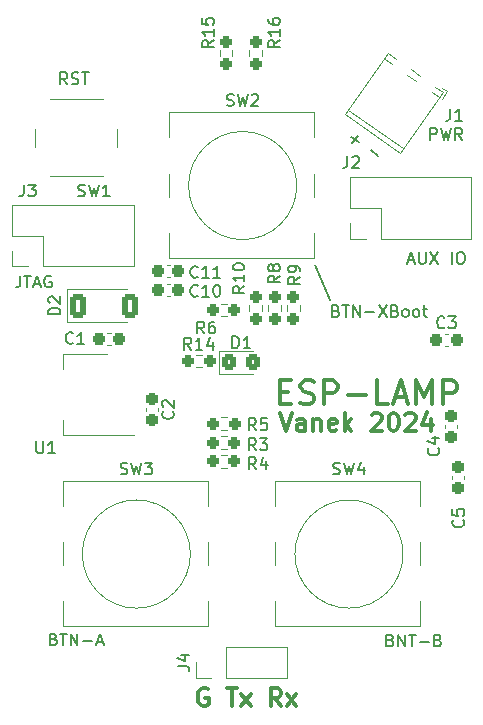
<source format=gto>
%TF.GenerationSoftware,KiCad,Pcbnew,7.0.6*%
%TF.CreationDate,2024-01-07T21:19:13+01:00*%
%TF.ProjectId,esp-lamp,6573702d-6c61-46d7-902e-6b696361645f,rev?*%
%TF.SameCoordinates,Original*%
%TF.FileFunction,Legend,Top*%
%TF.FilePolarity,Positive*%
%FSLAX46Y46*%
G04 Gerber Fmt 4.6, Leading zero omitted, Abs format (unit mm)*
G04 Created by KiCad (PCBNEW 7.0.6) date 2024-01-07 21:19:13*
%MOMM*%
%LPD*%
G01*
G04 APERTURE LIST*
G04 Aperture macros list*
%AMRoundRect*
0 Rectangle with rounded corners*
0 $1 Rounding radius*
0 $2 $3 $4 $5 $6 $7 $8 $9 X,Y pos of 4 corners*
0 Add a 4 corners polygon primitive as box body*
4,1,4,$2,$3,$4,$5,$6,$7,$8,$9,$2,$3,0*
0 Add four circle primitives for the rounded corners*
1,1,$1+$1,$2,$3*
1,1,$1+$1,$4,$5*
1,1,$1+$1,$6,$7*
1,1,$1+$1,$8,$9*
0 Add four rect primitives between the rounded corners*
20,1,$1+$1,$2,$3,$4,$5,0*
20,1,$1+$1,$4,$5,$6,$7,0*
20,1,$1+$1,$6,$7,$8,$9,0*
20,1,$1+$1,$8,$9,$2,$3,0*%
%AMRotRect*
0 Rectangle, with rotation*
0 The origin of the aperture is its center*
0 $1 length*
0 $2 width*
0 $3 Rotation angle, in degrees counterclockwise*
0 Add horizontal line*
21,1,$1,$2,0,0,$3*%
G04 Aperture macros list end*
%ADD10C,0.150000*%
%ADD11C,0.200000*%
%ADD12C,0.300000*%
%ADD13C,0.120000*%
%ADD14C,2.200000*%
%ADD15R,1.700000X1.700000*%
%ADD16O,1.700000X1.700000*%
%ADD17RoundRect,0.237500X-0.250000X-0.237500X0.250000X-0.237500X0.250000X0.237500X-0.250000X0.237500X0*%
%ADD18RoundRect,0.237500X0.237500X-0.250000X0.237500X0.250000X-0.237500X0.250000X-0.237500X-0.250000X0*%
%ADD19RoundRect,0.237500X0.237500X-0.300000X0.237500X0.300000X-0.237500X0.300000X-0.237500X-0.300000X0*%
%ADD20C,1.100000*%
%ADD21RotRect,2.200000X2.200000X144.500000*%
%ADD22RoundRect,0.237500X-0.300000X-0.237500X0.300000X-0.237500X0.300000X0.237500X-0.300000X0.237500X0*%
%ADD23O,3.000000X2.500000*%
%ADD24RoundRect,0.237500X-0.237500X0.300000X-0.237500X-0.300000X0.237500X-0.300000X0.237500X0.300000X0*%
%ADD25RoundRect,0.250000X-0.325000X-0.450000X0.325000X-0.450000X0.325000X0.450000X-0.325000X0.450000X0*%
%ADD26RoundRect,0.237500X0.300000X0.237500X-0.300000X0.237500X-0.300000X-0.237500X0.300000X-0.237500X0*%
%ADD27C,2.000000*%
%ADD28RoundRect,0.250000X-0.450000X-0.800000X0.450000X-0.800000X0.450000X0.800000X-0.450000X0.800000X0*%
%ADD29R,2.000000X1.500000*%
%ADD30R,2.000000X3.800000*%
%ADD31C,0.650000*%
%ADD32O,1.000000X1.600000*%
%ADD33O,1.000000X2.100000*%
G04 APERTURE END LIST*
D10*
X140200000Y-91800000D02*
X141500000Y-94700000D01*
D11*
X146603006Y-123543409D02*
X146745863Y-123591028D01*
X146745863Y-123591028D02*
X146793482Y-123638647D01*
X146793482Y-123638647D02*
X146841101Y-123733885D01*
X146841101Y-123733885D02*
X146841101Y-123876742D01*
X146841101Y-123876742D02*
X146793482Y-123971980D01*
X146793482Y-123971980D02*
X146745863Y-124019600D01*
X146745863Y-124019600D02*
X146650625Y-124067219D01*
X146650625Y-124067219D02*
X146269673Y-124067219D01*
X146269673Y-124067219D02*
X146269673Y-123067219D01*
X146269673Y-123067219D02*
X146603006Y-123067219D01*
X146603006Y-123067219D02*
X146698244Y-123114838D01*
X146698244Y-123114838D02*
X146745863Y-123162457D01*
X146745863Y-123162457D02*
X146793482Y-123257695D01*
X146793482Y-123257695D02*
X146793482Y-123352933D01*
X146793482Y-123352933D02*
X146745863Y-123448171D01*
X146745863Y-123448171D02*
X146698244Y-123495790D01*
X146698244Y-123495790D02*
X146603006Y-123543409D01*
X146603006Y-123543409D02*
X146269673Y-123543409D01*
X147269673Y-124067219D02*
X147269673Y-123067219D01*
X147269673Y-123067219D02*
X147841101Y-124067219D01*
X147841101Y-124067219D02*
X147841101Y-123067219D01*
X148174435Y-123067219D02*
X148745863Y-123067219D01*
X148460149Y-124067219D02*
X148460149Y-123067219D01*
X149079197Y-123686266D02*
X149841102Y-123686266D01*
X150650625Y-123543409D02*
X150793482Y-123591028D01*
X150793482Y-123591028D02*
X150841101Y-123638647D01*
X150841101Y-123638647D02*
X150888720Y-123733885D01*
X150888720Y-123733885D02*
X150888720Y-123876742D01*
X150888720Y-123876742D02*
X150841101Y-123971980D01*
X150841101Y-123971980D02*
X150793482Y-124019600D01*
X150793482Y-124019600D02*
X150698244Y-124067219D01*
X150698244Y-124067219D02*
X150317292Y-124067219D01*
X150317292Y-124067219D02*
X150317292Y-123067219D01*
X150317292Y-123067219D02*
X150650625Y-123067219D01*
X150650625Y-123067219D02*
X150745863Y-123114838D01*
X150745863Y-123114838D02*
X150793482Y-123162457D01*
X150793482Y-123162457D02*
X150841101Y-123257695D01*
X150841101Y-123257695D02*
X150841101Y-123352933D01*
X150841101Y-123352933D02*
X150793482Y-123448171D01*
X150793482Y-123448171D02*
X150745863Y-123495790D01*
X150745863Y-123495790D02*
X150650625Y-123543409D01*
X150650625Y-123543409D02*
X150317292Y-123543409D01*
D12*
X137273558Y-102492019D02*
X137940225Y-102492019D01*
X138225939Y-103539638D02*
X137273558Y-103539638D01*
X137273558Y-103539638D02*
X137273558Y-101539638D01*
X137273558Y-101539638D02*
X138225939Y-101539638D01*
X138987844Y-103444400D02*
X139273558Y-103539638D01*
X139273558Y-103539638D02*
X139749749Y-103539638D01*
X139749749Y-103539638D02*
X139940225Y-103444400D01*
X139940225Y-103444400D02*
X140035463Y-103349161D01*
X140035463Y-103349161D02*
X140130701Y-103158685D01*
X140130701Y-103158685D02*
X140130701Y-102968209D01*
X140130701Y-102968209D02*
X140035463Y-102777733D01*
X140035463Y-102777733D02*
X139940225Y-102682495D01*
X139940225Y-102682495D02*
X139749749Y-102587257D01*
X139749749Y-102587257D02*
X139368796Y-102492019D01*
X139368796Y-102492019D02*
X139178320Y-102396780D01*
X139178320Y-102396780D02*
X139083082Y-102301542D01*
X139083082Y-102301542D02*
X138987844Y-102111066D01*
X138987844Y-102111066D02*
X138987844Y-101920590D01*
X138987844Y-101920590D02*
X139083082Y-101730114D01*
X139083082Y-101730114D02*
X139178320Y-101634876D01*
X139178320Y-101634876D02*
X139368796Y-101539638D01*
X139368796Y-101539638D02*
X139844987Y-101539638D01*
X139844987Y-101539638D02*
X140130701Y-101634876D01*
X140987844Y-103539638D02*
X140987844Y-101539638D01*
X140987844Y-101539638D02*
X141749749Y-101539638D01*
X141749749Y-101539638D02*
X141940225Y-101634876D01*
X141940225Y-101634876D02*
X142035463Y-101730114D01*
X142035463Y-101730114D02*
X142130701Y-101920590D01*
X142130701Y-101920590D02*
X142130701Y-102206304D01*
X142130701Y-102206304D02*
X142035463Y-102396780D01*
X142035463Y-102396780D02*
X141940225Y-102492019D01*
X141940225Y-102492019D02*
X141749749Y-102587257D01*
X141749749Y-102587257D02*
X140987844Y-102587257D01*
X142987844Y-102777733D02*
X144511654Y-102777733D01*
X146416415Y-103539638D02*
X145464034Y-103539638D01*
X145464034Y-103539638D02*
X145464034Y-101539638D01*
X146987844Y-102968209D02*
X147940225Y-102968209D01*
X146797368Y-103539638D02*
X147464034Y-101539638D01*
X147464034Y-101539638D02*
X148130701Y-103539638D01*
X148797368Y-103539638D02*
X148797368Y-101539638D01*
X148797368Y-101539638D02*
X149464035Y-102968209D01*
X149464035Y-102968209D02*
X150130701Y-101539638D01*
X150130701Y-101539638D02*
X150130701Y-103539638D01*
X151083082Y-103539638D02*
X151083082Y-101539638D01*
X151083082Y-101539638D02*
X151844987Y-101539638D01*
X151844987Y-101539638D02*
X152035463Y-101634876D01*
X152035463Y-101634876D02*
X152130701Y-101730114D01*
X152130701Y-101730114D02*
X152225939Y-101920590D01*
X152225939Y-101920590D02*
X152225939Y-102206304D01*
X152225939Y-102206304D02*
X152130701Y-102396780D01*
X152130701Y-102396780D02*
X152035463Y-102492019D01*
X152035463Y-102492019D02*
X151844987Y-102587257D01*
X151844987Y-102587257D02*
X151083082Y-102587257D01*
X137240225Y-104300828D02*
X137740225Y-105800828D01*
X137740225Y-105800828D02*
X138240225Y-104300828D01*
X139383082Y-105800828D02*
X139383082Y-105015114D01*
X139383082Y-105015114D02*
X139311653Y-104872257D01*
X139311653Y-104872257D02*
X139168796Y-104800828D01*
X139168796Y-104800828D02*
X138883082Y-104800828D01*
X138883082Y-104800828D02*
X138740224Y-104872257D01*
X139383082Y-105729400D02*
X139240224Y-105800828D01*
X139240224Y-105800828D02*
X138883082Y-105800828D01*
X138883082Y-105800828D02*
X138740224Y-105729400D01*
X138740224Y-105729400D02*
X138668796Y-105586542D01*
X138668796Y-105586542D02*
X138668796Y-105443685D01*
X138668796Y-105443685D02*
X138740224Y-105300828D01*
X138740224Y-105300828D02*
X138883082Y-105229400D01*
X138883082Y-105229400D02*
X139240224Y-105229400D01*
X139240224Y-105229400D02*
X139383082Y-105157971D01*
X140097367Y-104800828D02*
X140097367Y-105800828D01*
X140097367Y-104943685D02*
X140168796Y-104872257D01*
X140168796Y-104872257D02*
X140311653Y-104800828D01*
X140311653Y-104800828D02*
X140525939Y-104800828D01*
X140525939Y-104800828D02*
X140668796Y-104872257D01*
X140668796Y-104872257D02*
X140740225Y-105015114D01*
X140740225Y-105015114D02*
X140740225Y-105800828D01*
X142025939Y-105729400D02*
X141883082Y-105800828D01*
X141883082Y-105800828D02*
X141597368Y-105800828D01*
X141597368Y-105800828D02*
X141454510Y-105729400D01*
X141454510Y-105729400D02*
X141383082Y-105586542D01*
X141383082Y-105586542D02*
X141383082Y-105015114D01*
X141383082Y-105015114D02*
X141454510Y-104872257D01*
X141454510Y-104872257D02*
X141597368Y-104800828D01*
X141597368Y-104800828D02*
X141883082Y-104800828D01*
X141883082Y-104800828D02*
X142025939Y-104872257D01*
X142025939Y-104872257D02*
X142097368Y-105015114D01*
X142097368Y-105015114D02*
X142097368Y-105157971D01*
X142097368Y-105157971D02*
X141383082Y-105300828D01*
X142740224Y-105800828D02*
X142740224Y-104300828D01*
X142883082Y-105229400D02*
X143311653Y-105800828D01*
X143311653Y-104800828D02*
X142740224Y-105372257D01*
X145025939Y-104443685D02*
X145097367Y-104372257D01*
X145097367Y-104372257D02*
X145240225Y-104300828D01*
X145240225Y-104300828D02*
X145597367Y-104300828D01*
X145597367Y-104300828D02*
X145740225Y-104372257D01*
X145740225Y-104372257D02*
X145811653Y-104443685D01*
X145811653Y-104443685D02*
X145883082Y-104586542D01*
X145883082Y-104586542D02*
X145883082Y-104729400D01*
X145883082Y-104729400D02*
X145811653Y-104943685D01*
X145811653Y-104943685D02*
X144954510Y-105800828D01*
X144954510Y-105800828D02*
X145883082Y-105800828D01*
X146811653Y-104300828D02*
X146954510Y-104300828D01*
X146954510Y-104300828D02*
X147097367Y-104372257D01*
X147097367Y-104372257D02*
X147168796Y-104443685D01*
X147168796Y-104443685D02*
X147240224Y-104586542D01*
X147240224Y-104586542D02*
X147311653Y-104872257D01*
X147311653Y-104872257D02*
X147311653Y-105229400D01*
X147311653Y-105229400D02*
X147240224Y-105515114D01*
X147240224Y-105515114D02*
X147168796Y-105657971D01*
X147168796Y-105657971D02*
X147097367Y-105729400D01*
X147097367Y-105729400D02*
X146954510Y-105800828D01*
X146954510Y-105800828D02*
X146811653Y-105800828D01*
X146811653Y-105800828D02*
X146668796Y-105729400D01*
X146668796Y-105729400D02*
X146597367Y-105657971D01*
X146597367Y-105657971D02*
X146525938Y-105515114D01*
X146525938Y-105515114D02*
X146454510Y-105229400D01*
X146454510Y-105229400D02*
X146454510Y-104872257D01*
X146454510Y-104872257D02*
X146525938Y-104586542D01*
X146525938Y-104586542D02*
X146597367Y-104443685D01*
X146597367Y-104443685D02*
X146668796Y-104372257D01*
X146668796Y-104372257D02*
X146811653Y-104300828D01*
X147883081Y-104443685D02*
X147954509Y-104372257D01*
X147954509Y-104372257D02*
X148097367Y-104300828D01*
X148097367Y-104300828D02*
X148454509Y-104300828D01*
X148454509Y-104300828D02*
X148597367Y-104372257D01*
X148597367Y-104372257D02*
X148668795Y-104443685D01*
X148668795Y-104443685D02*
X148740224Y-104586542D01*
X148740224Y-104586542D02*
X148740224Y-104729400D01*
X148740224Y-104729400D02*
X148668795Y-104943685D01*
X148668795Y-104943685D02*
X147811652Y-105800828D01*
X147811652Y-105800828D02*
X148740224Y-105800828D01*
X150025938Y-104800828D02*
X150025938Y-105800828D01*
X149668795Y-104229400D02*
X149311652Y-105300828D01*
X149311652Y-105300828D02*
X150240223Y-105300828D01*
D11*
X148122054Y-91381504D02*
X148598244Y-91381504D01*
X148026816Y-91667219D02*
X148360149Y-90667219D01*
X148360149Y-90667219D02*
X148693482Y-91667219D01*
X149026816Y-90667219D02*
X149026816Y-91476742D01*
X149026816Y-91476742D02*
X149074435Y-91571980D01*
X149074435Y-91571980D02*
X149122054Y-91619600D01*
X149122054Y-91619600D02*
X149217292Y-91667219D01*
X149217292Y-91667219D02*
X149407768Y-91667219D01*
X149407768Y-91667219D02*
X149503006Y-91619600D01*
X149503006Y-91619600D02*
X149550625Y-91571980D01*
X149550625Y-91571980D02*
X149598244Y-91476742D01*
X149598244Y-91476742D02*
X149598244Y-90667219D01*
X149979197Y-90667219D02*
X150645863Y-91667219D01*
X150645863Y-90667219D02*
X149979197Y-91667219D01*
X151788721Y-91667219D02*
X151788721Y-90667219D01*
X152455387Y-90667219D02*
X152645863Y-90667219D01*
X152645863Y-90667219D02*
X152741101Y-90714838D01*
X152741101Y-90714838D02*
X152836339Y-90810076D01*
X152836339Y-90810076D02*
X152883958Y-91000552D01*
X152883958Y-91000552D02*
X152883958Y-91333885D01*
X152883958Y-91333885D02*
X152836339Y-91524361D01*
X152836339Y-91524361D02*
X152741101Y-91619600D01*
X152741101Y-91619600D02*
X152645863Y-91667219D01*
X152645863Y-91667219D02*
X152455387Y-91667219D01*
X152455387Y-91667219D02*
X152360149Y-91619600D01*
X152360149Y-91619600D02*
X152264911Y-91524361D01*
X152264911Y-91524361D02*
X152217292Y-91333885D01*
X152217292Y-91333885D02*
X152217292Y-91000552D01*
X152217292Y-91000552D02*
X152264911Y-90810076D01*
X152264911Y-90810076D02*
X152360149Y-90714838D01*
X152360149Y-90714838D02*
X152455387Y-90667219D01*
X118103006Y-123443409D02*
X118245863Y-123491028D01*
X118245863Y-123491028D02*
X118293482Y-123538647D01*
X118293482Y-123538647D02*
X118341101Y-123633885D01*
X118341101Y-123633885D02*
X118341101Y-123776742D01*
X118341101Y-123776742D02*
X118293482Y-123871980D01*
X118293482Y-123871980D02*
X118245863Y-123919600D01*
X118245863Y-123919600D02*
X118150625Y-123967219D01*
X118150625Y-123967219D02*
X117769673Y-123967219D01*
X117769673Y-123967219D02*
X117769673Y-122967219D01*
X117769673Y-122967219D02*
X118103006Y-122967219D01*
X118103006Y-122967219D02*
X118198244Y-123014838D01*
X118198244Y-123014838D02*
X118245863Y-123062457D01*
X118245863Y-123062457D02*
X118293482Y-123157695D01*
X118293482Y-123157695D02*
X118293482Y-123252933D01*
X118293482Y-123252933D02*
X118245863Y-123348171D01*
X118245863Y-123348171D02*
X118198244Y-123395790D01*
X118198244Y-123395790D02*
X118103006Y-123443409D01*
X118103006Y-123443409D02*
X117769673Y-123443409D01*
X118626816Y-122967219D02*
X119198244Y-122967219D01*
X118912530Y-123967219D02*
X118912530Y-122967219D01*
X119531578Y-123967219D02*
X119531578Y-122967219D01*
X119531578Y-122967219D02*
X120103006Y-123967219D01*
X120103006Y-123967219D02*
X120103006Y-122967219D01*
X120579197Y-123586266D02*
X121341102Y-123586266D01*
X121769673Y-123681504D02*
X122245863Y-123681504D01*
X121674435Y-123967219D02*
X122007768Y-122967219D01*
X122007768Y-122967219D02*
X122341101Y-123967219D01*
X142003006Y-95643409D02*
X142145863Y-95691028D01*
X142145863Y-95691028D02*
X142193482Y-95738647D01*
X142193482Y-95738647D02*
X142241101Y-95833885D01*
X142241101Y-95833885D02*
X142241101Y-95976742D01*
X142241101Y-95976742D02*
X142193482Y-96071980D01*
X142193482Y-96071980D02*
X142145863Y-96119600D01*
X142145863Y-96119600D02*
X142050625Y-96167219D01*
X142050625Y-96167219D02*
X141669673Y-96167219D01*
X141669673Y-96167219D02*
X141669673Y-95167219D01*
X141669673Y-95167219D02*
X142003006Y-95167219D01*
X142003006Y-95167219D02*
X142098244Y-95214838D01*
X142098244Y-95214838D02*
X142145863Y-95262457D01*
X142145863Y-95262457D02*
X142193482Y-95357695D01*
X142193482Y-95357695D02*
X142193482Y-95452933D01*
X142193482Y-95452933D02*
X142145863Y-95548171D01*
X142145863Y-95548171D02*
X142098244Y-95595790D01*
X142098244Y-95595790D02*
X142003006Y-95643409D01*
X142003006Y-95643409D02*
X141669673Y-95643409D01*
X142526816Y-95167219D02*
X143098244Y-95167219D01*
X142812530Y-96167219D02*
X142812530Y-95167219D01*
X143431578Y-96167219D02*
X143431578Y-95167219D01*
X143431578Y-95167219D02*
X144003006Y-96167219D01*
X144003006Y-96167219D02*
X144003006Y-95167219D01*
X144479197Y-95786266D02*
X145241102Y-95786266D01*
X145622054Y-95167219D02*
X146288720Y-96167219D01*
X146288720Y-95167219D02*
X145622054Y-96167219D01*
X147003006Y-95643409D02*
X147145863Y-95691028D01*
X147145863Y-95691028D02*
X147193482Y-95738647D01*
X147193482Y-95738647D02*
X147241101Y-95833885D01*
X147241101Y-95833885D02*
X147241101Y-95976742D01*
X147241101Y-95976742D02*
X147193482Y-96071980D01*
X147193482Y-96071980D02*
X147145863Y-96119600D01*
X147145863Y-96119600D02*
X147050625Y-96167219D01*
X147050625Y-96167219D02*
X146669673Y-96167219D01*
X146669673Y-96167219D02*
X146669673Y-95167219D01*
X146669673Y-95167219D02*
X147003006Y-95167219D01*
X147003006Y-95167219D02*
X147098244Y-95214838D01*
X147098244Y-95214838D02*
X147145863Y-95262457D01*
X147145863Y-95262457D02*
X147193482Y-95357695D01*
X147193482Y-95357695D02*
X147193482Y-95452933D01*
X147193482Y-95452933D02*
X147145863Y-95548171D01*
X147145863Y-95548171D02*
X147098244Y-95595790D01*
X147098244Y-95595790D02*
X147003006Y-95643409D01*
X147003006Y-95643409D02*
X146669673Y-95643409D01*
X147812530Y-96167219D02*
X147717292Y-96119600D01*
X147717292Y-96119600D02*
X147669673Y-96071980D01*
X147669673Y-96071980D02*
X147622054Y-95976742D01*
X147622054Y-95976742D02*
X147622054Y-95691028D01*
X147622054Y-95691028D02*
X147669673Y-95595790D01*
X147669673Y-95595790D02*
X147717292Y-95548171D01*
X147717292Y-95548171D02*
X147812530Y-95500552D01*
X147812530Y-95500552D02*
X147955387Y-95500552D01*
X147955387Y-95500552D02*
X148050625Y-95548171D01*
X148050625Y-95548171D02*
X148098244Y-95595790D01*
X148098244Y-95595790D02*
X148145863Y-95691028D01*
X148145863Y-95691028D02*
X148145863Y-95976742D01*
X148145863Y-95976742D02*
X148098244Y-96071980D01*
X148098244Y-96071980D02*
X148050625Y-96119600D01*
X148050625Y-96119600D02*
X147955387Y-96167219D01*
X147955387Y-96167219D02*
X147812530Y-96167219D01*
X148717292Y-96167219D02*
X148622054Y-96119600D01*
X148622054Y-96119600D02*
X148574435Y-96071980D01*
X148574435Y-96071980D02*
X148526816Y-95976742D01*
X148526816Y-95976742D02*
X148526816Y-95691028D01*
X148526816Y-95691028D02*
X148574435Y-95595790D01*
X148574435Y-95595790D02*
X148622054Y-95548171D01*
X148622054Y-95548171D02*
X148717292Y-95500552D01*
X148717292Y-95500552D02*
X148860149Y-95500552D01*
X148860149Y-95500552D02*
X148955387Y-95548171D01*
X148955387Y-95548171D02*
X149003006Y-95595790D01*
X149003006Y-95595790D02*
X149050625Y-95691028D01*
X149050625Y-95691028D02*
X149050625Y-95976742D01*
X149050625Y-95976742D02*
X149003006Y-96071980D01*
X149003006Y-96071980D02*
X148955387Y-96119600D01*
X148955387Y-96119600D02*
X148860149Y-96167219D01*
X148860149Y-96167219D02*
X148717292Y-96167219D01*
X149336340Y-95500552D02*
X149717292Y-95500552D01*
X149479197Y-95167219D02*
X149479197Y-96024361D01*
X149479197Y-96024361D02*
X149526816Y-96119600D01*
X149526816Y-96119600D02*
X149622054Y-96167219D01*
X149622054Y-96167219D02*
X149717292Y-96167219D01*
X143299990Y-80898525D02*
X143918720Y-81343128D01*
X143387053Y-81430191D02*
X143831656Y-80811461D01*
X144924157Y-82065607D02*
X145542887Y-82510210D01*
X149969673Y-81167219D02*
X149969673Y-80167219D01*
X149969673Y-80167219D02*
X150350625Y-80167219D01*
X150350625Y-80167219D02*
X150445863Y-80214838D01*
X150445863Y-80214838D02*
X150493482Y-80262457D01*
X150493482Y-80262457D02*
X150541101Y-80357695D01*
X150541101Y-80357695D02*
X150541101Y-80500552D01*
X150541101Y-80500552D02*
X150493482Y-80595790D01*
X150493482Y-80595790D02*
X150445863Y-80643409D01*
X150445863Y-80643409D02*
X150350625Y-80691028D01*
X150350625Y-80691028D02*
X149969673Y-80691028D01*
X150874435Y-80167219D02*
X151112530Y-81167219D01*
X151112530Y-81167219D02*
X151303006Y-80452933D01*
X151303006Y-80452933D02*
X151493482Y-81167219D01*
X151493482Y-81167219D02*
X151731578Y-80167219D01*
X152683958Y-81167219D02*
X152350625Y-80691028D01*
X152112530Y-81167219D02*
X152112530Y-80167219D01*
X152112530Y-80167219D02*
X152493482Y-80167219D01*
X152493482Y-80167219D02*
X152588720Y-80214838D01*
X152588720Y-80214838D02*
X152636339Y-80262457D01*
X152636339Y-80262457D02*
X152683958Y-80357695D01*
X152683958Y-80357695D02*
X152683958Y-80500552D01*
X152683958Y-80500552D02*
X152636339Y-80595790D01*
X152636339Y-80595790D02*
X152588720Y-80643409D01*
X152588720Y-80643409D02*
X152493482Y-80691028D01*
X152493482Y-80691028D02*
X152112530Y-80691028D01*
D12*
X131140225Y-127672257D02*
X130997368Y-127600828D01*
X130997368Y-127600828D02*
X130783082Y-127600828D01*
X130783082Y-127600828D02*
X130568796Y-127672257D01*
X130568796Y-127672257D02*
X130425939Y-127815114D01*
X130425939Y-127815114D02*
X130354510Y-127957971D01*
X130354510Y-127957971D02*
X130283082Y-128243685D01*
X130283082Y-128243685D02*
X130283082Y-128457971D01*
X130283082Y-128457971D02*
X130354510Y-128743685D01*
X130354510Y-128743685D02*
X130425939Y-128886542D01*
X130425939Y-128886542D02*
X130568796Y-129029400D01*
X130568796Y-129029400D02*
X130783082Y-129100828D01*
X130783082Y-129100828D02*
X130925939Y-129100828D01*
X130925939Y-129100828D02*
X131140225Y-129029400D01*
X131140225Y-129029400D02*
X131211653Y-128957971D01*
X131211653Y-128957971D02*
X131211653Y-128457971D01*
X131211653Y-128457971D02*
X130925939Y-128457971D01*
X132783082Y-127600828D02*
X133640225Y-127600828D01*
X133211653Y-129100828D02*
X133211653Y-127600828D01*
X133997367Y-129100828D02*
X134783082Y-128100828D01*
X133997367Y-128100828D02*
X134783082Y-129100828D01*
X137354510Y-129100828D02*
X136854510Y-128386542D01*
X136497367Y-129100828D02*
X136497367Y-127600828D01*
X136497367Y-127600828D02*
X137068796Y-127600828D01*
X137068796Y-127600828D02*
X137211653Y-127672257D01*
X137211653Y-127672257D02*
X137283082Y-127743685D01*
X137283082Y-127743685D02*
X137354510Y-127886542D01*
X137354510Y-127886542D02*
X137354510Y-128100828D01*
X137354510Y-128100828D02*
X137283082Y-128243685D01*
X137283082Y-128243685D02*
X137211653Y-128315114D01*
X137211653Y-128315114D02*
X137068796Y-128386542D01*
X137068796Y-128386542D02*
X136497367Y-128386542D01*
X137854510Y-129100828D02*
X138640225Y-128100828D01*
X137854510Y-128100828D02*
X138640225Y-129100828D01*
D11*
X115255387Y-92667219D02*
X115255387Y-93381504D01*
X115255387Y-93381504D02*
X115207768Y-93524361D01*
X115207768Y-93524361D02*
X115112530Y-93619600D01*
X115112530Y-93619600D02*
X114969673Y-93667219D01*
X114969673Y-93667219D02*
X114874435Y-93667219D01*
X115588721Y-92667219D02*
X116160149Y-92667219D01*
X115874435Y-93667219D02*
X115874435Y-92667219D01*
X116445864Y-93381504D02*
X116922054Y-93381504D01*
X116350626Y-93667219D02*
X116683959Y-92667219D01*
X116683959Y-92667219D02*
X117017292Y-93667219D01*
X117874435Y-92714838D02*
X117779197Y-92667219D01*
X117779197Y-92667219D02*
X117636340Y-92667219D01*
X117636340Y-92667219D02*
X117493483Y-92714838D01*
X117493483Y-92714838D02*
X117398245Y-92810076D01*
X117398245Y-92810076D02*
X117350626Y-92905314D01*
X117350626Y-92905314D02*
X117303007Y-93095790D01*
X117303007Y-93095790D02*
X117303007Y-93238647D01*
X117303007Y-93238647D02*
X117350626Y-93429123D01*
X117350626Y-93429123D02*
X117398245Y-93524361D01*
X117398245Y-93524361D02*
X117493483Y-93619600D01*
X117493483Y-93619600D02*
X117636340Y-93667219D01*
X117636340Y-93667219D02*
X117731578Y-93667219D01*
X117731578Y-93667219D02*
X117874435Y-93619600D01*
X117874435Y-93619600D02*
X117922054Y-93571980D01*
X117922054Y-93571980D02*
X117922054Y-93238647D01*
X117922054Y-93238647D02*
X117731578Y-93238647D01*
X119241101Y-76467219D02*
X118907768Y-75991028D01*
X118669673Y-76467219D02*
X118669673Y-75467219D01*
X118669673Y-75467219D02*
X119050625Y-75467219D01*
X119050625Y-75467219D02*
X119145863Y-75514838D01*
X119145863Y-75514838D02*
X119193482Y-75562457D01*
X119193482Y-75562457D02*
X119241101Y-75657695D01*
X119241101Y-75657695D02*
X119241101Y-75800552D01*
X119241101Y-75800552D02*
X119193482Y-75895790D01*
X119193482Y-75895790D02*
X119145863Y-75943409D01*
X119145863Y-75943409D02*
X119050625Y-75991028D01*
X119050625Y-75991028D02*
X118669673Y-75991028D01*
X119622054Y-76419600D02*
X119764911Y-76467219D01*
X119764911Y-76467219D02*
X120003006Y-76467219D01*
X120003006Y-76467219D02*
X120098244Y-76419600D01*
X120098244Y-76419600D02*
X120145863Y-76371980D01*
X120145863Y-76371980D02*
X120193482Y-76276742D01*
X120193482Y-76276742D02*
X120193482Y-76181504D01*
X120193482Y-76181504D02*
X120145863Y-76086266D01*
X120145863Y-76086266D02*
X120098244Y-76038647D01*
X120098244Y-76038647D02*
X120003006Y-75991028D01*
X120003006Y-75991028D02*
X119812530Y-75943409D01*
X119812530Y-75943409D02*
X119717292Y-75895790D01*
X119717292Y-75895790D02*
X119669673Y-75848171D01*
X119669673Y-75848171D02*
X119622054Y-75752933D01*
X119622054Y-75752933D02*
X119622054Y-75657695D01*
X119622054Y-75657695D02*
X119669673Y-75562457D01*
X119669673Y-75562457D02*
X119717292Y-75514838D01*
X119717292Y-75514838D02*
X119812530Y-75467219D01*
X119812530Y-75467219D02*
X120050625Y-75467219D01*
X120050625Y-75467219D02*
X120193482Y-75514838D01*
X120479197Y-75467219D02*
X121050625Y-75467219D01*
X120764911Y-76467219D02*
X120764911Y-75467219D01*
D10*
X115566666Y-84954819D02*
X115566666Y-85669104D01*
X115566666Y-85669104D02*
X115519047Y-85811961D01*
X115519047Y-85811961D02*
X115423809Y-85907200D01*
X115423809Y-85907200D02*
X115280952Y-85954819D01*
X115280952Y-85954819D02*
X115185714Y-85954819D01*
X115947619Y-84954819D02*
X116566666Y-84954819D01*
X116566666Y-84954819D02*
X116233333Y-85335771D01*
X116233333Y-85335771D02*
X116376190Y-85335771D01*
X116376190Y-85335771D02*
X116471428Y-85383390D01*
X116471428Y-85383390D02*
X116519047Y-85431009D01*
X116519047Y-85431009D02*
X116566666Y-85526247D01*
X116566666Y-85526247D02*
X116566666Y-85764342D01*
X116566666Y-85764342D02*
X116519047Y-85859580D01*
X116519047Y-85859580D02*
X116471428Y-85907200D01*
X116471428Y-85907200D02*
X116376190Y-85954819D01*
X116376190Y-85954819D02*
X116090476Y-85954819D01*
X116090476Y-85954819D02*
X115995238Y-85907200D01*
X115995238Y-85907200D02*
X115947619Y-85859580D01*
X135233333Y-107454819D02*
X134900000Y-106978628D01*
X134661905Y-107454819D02*
X134661905Y-106454819D01*
X134661905Y-106454819D02*
X135042857Y-106454819D01*
X135042857Y-106454819D02*
X135138095Y-106502438D01*
X135138095Y-106502438D02*
X135185714Y-106550057D01*
X135185714Y-106550057D02*
X135233333Y-106645295D01*
X135233333Y-106645295D02*
X135233333Y-106788152D01*
X135233333Y-106788152D02*
X135185714Y-106883390D01*
X135185714Y-106883390D02*
X135138095Y-106931009D01*
X135138095Y-106931009D02*
X135042857Y-106978628D01*
X135042857Y-106978628D02*
X134661905Y-106978628D01*
X135566667Y-106454819D02*
X136185714Y-106454819D01*
X136185714Y-106454819D02*
X135852381Y-106835771D01*
X135852381Y-106835771D02*
X135995238Y-106835771D01*
X135995238Y-106835771D02*
X136090476Y-106883390D01*
X136090476Y-106883390D02*
X136138095Y-106931009D01*
X136138095Y-106931009D02*
X136185714Y-107026247D01*
X136185714Y-107026247D02*
X136185714Y-107264342D01*
X136185714Y-107264342D02*
X136138095Y-107359580D01*
X136138095Y-107359580D02*
X136090476Y-107407200D01*
X136090476Y-107407200D02*
X135995238Y-107454819D01*
X135995238Y-107454819D02*
X135709524Y-107454819D01*
X135709524Y-107454819D02*
X135614286Y-107407200D01*
X135614286Y-107407200D02*
X135566667Y-107359580D01*
X142966666Y-82554819D02*
X142966666Y-83269104D01*
X142966666Y-83269104D02*
X142919047Y-83411961D01*
X142919047Y-83411961D02*
X142823809Y-83507200D01*
X142823809Y-83507200D02*
X142680952Y-83554819D01*
X142680952Y-83554819D02*
X142585714Y-83554819D01*
X143395238Y-82650057D02*
X143442857Y-82602438D01*
X143442857Y-82602438D02*
X143538095Y-82554819D01*
X143538095Y-82554819D02*
X143776190Y-82554819D01*
X143776190Y-82554819D02*
X143871428Y-82602438D01*
X143871428Y-82602438D02*
X143919047Y-82650057D01*
X143919047Y-82650057D02*
X143966666Y-82745295D01*
X143966666Y-82745295D02*
X143966666Y-82840533D01*
X143966666Y-82840533D02*
X143919047Y-82983390D01*
X143919047Y-82983390D02*
X143347619Y-83554819D01*
X143347619Y-83554819D02*
X143966666Y-83554819D01*
X131654819Y-72742857D02*
X131178628Y-73076190D01*
X131654819Y-73314285D02*
X130654819Y-73314285D01*
X130654819Y-73314285D02*
X130654819Y-72933333D01*
X130654819Y-72933333D02*
X130702438Y-72838095D01*
X130702438Y-72838095D02*
X130750057Y-72790476D01*
X130750057Y-72790476D02*
X130845295Y-72742857D01*
X130845295Y-72742857D02*
X130988152Y-72742857D01*
X130988152Y-72742857D02*
X131083390Y-72790476D01*
X131083390Y-72790476D02*
X131131009Y-72838095D01*
X131131009Y-72838095D02*
X131178628Y-72933333D01*
X131178628Y-72933333D02*
X131178628Y-73314285D01*
X131654819Y-71790476D02*
X131654819Y-72361904D01*
X131654819Y-72076190D02*
X130654819Y-72076190D01*
X130654819Y-72076190D02*
X130797676Y-72171428D01*
X130797676Y-72171428D02*
X130892914Y-72266666D01*
X130892914Y-72266666D02*
X130940533Y-72361904D01*
X130654819Y-70885714D02*
X130654819Y-71361904D01*
X130654819Y-71361904D02*
X131131009Y-71409523D01*
X131131009Y-71409523D02*
X131083390Y-71361904D01*
X131083390Y-71361904D02*
X131035771Y-71266666D01*
X131035771Y-71266666D02*
X131035771Y-71028571D01*
X131035771Y-71028571D02*
X131083390Y-70933333D01*
X131083390Y-70933333D02*
X131131009Y-70885714D01*
X131131009Y-70885714D02*
X131226247Y-70838095D01*
X131226247Y-70838095D02*
X131464342Y-70838095D01*
X131464342Y-70838095D02*
X131559580Y-70885714D01*
X131559580Y-70885714D02*
X131607200Y-70933333D01*
X131607200Y-70933333D02*
X131654819Y-71028571D01*
X131654819Y-71028571D02*
X131654819Y-71266666D01*
X131654819Y-71266666D02*
X131607200Y-71361904D01*
X131607200Y-71361904D02*
X131559580Y-71409523D01*
X150659580Y-107266666D02*
X150707200Y-107314285D01*
X150707200Y-107314285D02*
X150754819Y-107457142D01*
X150754819Y-107457142D02*
X150754819Y-107552380D01*
X150754819Y-107552380D02*
X150707200Y-107695237D01*
X150707200Y-107695237D02*
X150611961Y-107790475D01*
X150611961Y-107790475D02*
X150516723Y-107838094D01*
X150516723Y-107838094D02*
X150326247Y-107885713D01*
X150326247Y-107885713D02*
X150183390Y-107885713D01*
X150183390Y-107885713D02*
X149992914Y-107838094D01*
X149992914Y-107838094D02*
X149897676Y-107790475D01*
X149897676Y-107790475D02*
X149802438Y-107695237D01*
X149802438Y-107695237D02*
X149754819Y-107552380D01*
X149754819Y-107552380D02*
X149754819Y-107457142D01*
X149754819Y-107457142D02*
X149802438Y-107314285D01*
X149802438Y-107314285D02*
X149850057Y-107266666D01*
X150088152Y-106409523D02*
X150754819Y-106409523D01*
X149707200Y-106647618D02*
X150421485Y-106885713D01*
X150421485Y-106885713D02*
X150421485Y-106266666D01*
X135233333Y-109054819D02*
X134900000Y-108578628D01*
X134661905Y-109054819D02*
X134661905Y-108054819D01*
X134661905Y-108054819D02*
X135042857Y-108054819D01*
X135042857Y-108054819D02*
X135138095Y-108102438D01*
X135138095Y-108102438D02*
X135185714Y-108150057D01*
X135185714Y-108150057D02*
X135233333Y-108245295D01*
X135233333Y-108245295D02*
X135233333Y-108388152D01*
X135233333Y-108388152D02*
X135185714Y-108483390D01*
X135185714Y-108483390D02*
X135138095Y-108531009D01*
X135138095Y-108531009D02*
X135042857Y-108578628D01*
X135042857Y-108578628D02*
X134661905Y-108578628D01*
X136090476Y-108388152D02*
X136090476Y-109054819D01*
X135852381Y-108007200D02*
X135614286Y-108721485D01*
X135614286Y-108721485D02*
X136233333Y-108721485D01*
X135233333Y-105754819D02*
X134900000Y-105278628D01*
X134661905Y-105754819D02*
X134661905Y-104754819D01*
X134661905Y-104754819D02*
X135042857Y-104754819D01*
X135042857Y-104754819D02*
X135138095Y-104802438D01*
X135138095Y-104802438D02*
X135185714Y-104850057D01*
X135185714Y-104850057D02*
X135233333Y-104945295D01*
X135233333Y-104945295D02*
X135233333Y-105088152D01*
X135233333Y-105088152D02*
X135185714Y-105183390D01*
X135185714Y-105183390D02*
X135138095Y-105231009D01*
X135138095Y-105231009D02*
X135042857Y-105278628D01*
X135042857Y-105278628D02*
X134661905Y-105278628D01*
X136138095Y-104754819D02*
X135661905Y-104754819D01*
X135661905Y-104754819D02*
X135614286Y-105231009D01*
X135614286Y-105231009D02*
X135661905Y-105183390D01*
X135661905Y-105183390D02*
X135757143Y-105135771D01*
X135757143Y-105135771D02*
X135995238Y-105135771D01*
X135995238Y-105135771D02*
X136090476Y-105183390D01*
X136090476Y-105183390D02*
X136138095Y-105231009D01*
X136138095Y-105231009D02*
X136185714Y-105326247D01*
X136185714Y-105326247D02*
X136185714Y-105564342D01*
X136185714Y-105564342D02*
X136138095Y-105659580D01*
X136138095Y-105659580D02*
X136090476Y-105707200D01*
X136090476Y-105707200D02*
X135995238Y-105754819D01*
X135995238Y-105754819D02*
X135757143Y-105754819D01*
X135757143Y-105754819D02*
X135661905Y-105707200D01*
X135661905Y-105707200D02*
X135614286Y-105659580D01*
X151666666Y-78554819D02*
X151666666Y-79269104D01*
X151666666Y-79269104D02*
X151619047Y-79411961D01*
X151619047Y-79411961D02*
X151523809Y-79507200D01*
X151523809Y-79507200D02*
X151380952Y-79554819D01*
X151380952Y-79554819D02*
X151285714Y-79554819D01*
X152666666Y-79554819D02*
X152095238Y-79554819D01*
X152380952Y-79554819D02*
X152380952Y-78554819D01*
X152380952Y-78554819D02*
X152285714Y-78697676D01*
X152285714Y-78697676D02*
X152190476Y-78792914D01*
X152190476Y-78792914D02*
X152095238Y-78840533D01*
X137254819Y-72742857D02*
X136778628Y-73076190D01*
X137254819Y-73314285D02*
X136254819Y-73314285D01*
X136254819Y-73314285D02*
X136254819Y-72933333D01*
X136254819Y-72933333D02*
X136302438Y-72838095D01*
X136302438Y-72838095D02*
X136350057Y-72790476D01*
X136350057Y-72790476D02*
X136445295Y-72742857D01*
X136445295Y-72742857D02*
X136588152Y-72742857D01*
X136588152Y-72742857D02*
X136683390Y-72790476D01*
X136683390Y-72790476D02*
X136731009Y-72838095D01*
X136731009Y-72838095D02*
X136778628Y-72933333D01*
X136778628Y-72933333D02*
X136778628Y-73314285D01*
X137254819Y-71790476D02*
X137254819Y-72361904D01*
X137254819Y-72076190D02*
X136254819Y-72076190D01*
X136254819Y-72076190D02*
X136397676Y-72171428D01*
X136397676Y-72171428D02*
X136492914Y-72266666D01*
X136492914Y-72266666D02*
X136540533Y-72361904D01*
X136254819Y-70933333D02*
X136254819Y-71123809D01*
X136254819Y-71123809D02*
X136302438Y-71219047D01*
X136302438Y-71219047D02*
X136350057Y-71266666D01*
X136350057Y-71266666D02*
X136492914Y-71361904D01*
X136492914Y-71361904D02*
X136683390Y-71409523D01*
X136683390Y-71409523D02*
X137064342Y-71409523D01*
X137064342Y-71409523D02*
X137159580Y-71361904D01*
X137159580Y-71361904D02*
X137207200Y-71314285D01*
X137207200Y-71314285D02*
X137254819Y-71219047D01*
X137254819Y-71219047D02*
X137254819Y-71028571D01*
X137254819Y-71028571D02*
X137207200Y-70933333D01*
X137207200Y-70933333D02*
X137159580Y-70885714D01*
X137159580Y-70885714D02*
X137064342Y-70838095D01*
X137064342Y-70838095D02*
X136826247Y-70838095D01*
X136826247Y-70838095D02*
X136731009Y-70885714D01*
X136731009Y-70885714D02*
X136683390Y-70933333D01*
X136683390Y-70933333D02*
X136635771Y-71028571D01*
X136635771Y-71028571D02*
X136635771Y-71219047D01*
X136635771Y-71219047D02*
X136683390Y-71314285D01*
X136683390Y-71314285D02*
X136731009Y-71361904D01*
X136731009Y-71361904D02*
X136826247Y-71409523D01*
X119733333Y-98359580D02*
X119685714Y-98407200D01*
X119685714Y-98407200D02*
X119542857Y-98454819D01*
X119542857Y-98454819D02*
X119447619Y-98454819D01*
X119447619Y-98454819D02*
X119304762Y-98407200D01*
X119304762Y-98407200D02*
X119209524Y-98311961D01*
X119209524Y-98311961D02*
X119161905Y-98216723D01*
X119161905Y-98216723D02*
X119114286Y-98026247D01*
X119114286Y-98026247D02*
X119114286Y-97883390D01*
X119114286Y-97883390D02*
X119161905Y-97692914D01*
X119161905Y-97692914D02*
X119209524Y-97597676D01*
X119209524Y-97597676D02*
X119304762Y-97502438D01*
X119304762Y-97502438D02*
X119447619Y-97454819D01*
X119447619Y-97454819D02*
X119542857Y-97454819D01*
X119542857Y-97454819D02*
X119685714Y-97502438D01*
X119685714Y-97502438D02*
X119733333Y-97550057D01*
X120685714Y-98454819D02*
X120114286Y-98454819D01*
X120400000Y-98454819D02*
X120400000Y-97454819D01*
X120400000Y-97454819D02*
X120304762Y-97597676D01*
X120304762Y-97597676D02*
X120209524Y-97692914D01*
X120209524Y-97692914D02*
X120114286Y-97740533D01*
X132766667Y-78247200D02*
X132909524Y-78294819D01*
X132909524Y-78294819D02*
X133147619Y-78294819D01*
X133147619Y-78294819D02*
X133242857Y-78247200D01*
X133242857Y-78247200D02*
X133290476Y-78199580D01*
X133290476Y-78199580D02*
X133338095Y-78104342D01*
X133338095Y-78104342D02*
X133338095Y-78009104D01*
X133338095Y-78009104D02*
X133290476Y-77913866D01*
X133290476Y-77913866D02*
X133242857Y-77866247D01*
X133242857Y-77866247D02*
X133147619Y-77818628D01*
X133147619Y-77818628D02*
X132957143Y-77771009D01*
X132957143Y-77771009D02*
X132861905Y-77723390D01*
X132861905Y-77723390D02*
X132814286Y-77675771D01*
X132814286Y-77675771D02*
X132766667Y-77580533D01*
X132766667Y-77580533D02*
X132766667Y-77485295D01*
X132766667Y-77485295D02*
X132814286Y-77390057D01*
X132814286Y-77390057D02*
X132861905Y-77342438D01*
X132861905Y-77342438D02*
X132957143Y-77294819D01*
X132957143Y-77294819D02*
X133195238Y-77294819D01*
X133195238Y-77294819D02*
X133338095Y-77342438D01*
X133671429Y-77294819D02*
X133909524Y-78294819D01*
X133909524Y-78294819D02*
X134100000Y-77580533D01*
X134100000Y-77580533D02*
X134290476Y-78294819D01*
X134290476Y-78294819D02*
X134528572Y-77294819D01*
X134861905Y-77390057D02*
X134909524Y-77342438D01*
X134909524Y-77342438D02*
X135004762Y-77294819D01*
X135004762Y-77294819D02*
X135242857Y-77294819D01*
X135242857Y-77294819D02*
X135338095Y-77342438D01*
X135338095Y-77342438D02*
X135385714Y-77390057D01*
X135385714Y-77390057D02*
X135433333Y-77485295D01*
X135433333Y-77485295D02*
X135433333Y-77580533D01*
X135433333Y-77580533D02*
X135385714Y-77723390D01*
X135385714Y-77723390D02*
X134814286Y-78294819D01*
X134814286Y-78294819D02*
X135433333Y-78294819D01*
X134254819Y-93542857D02*
X133778628Y-93876190D01*
X134254819Y-94114285D02*
X133254819Y-94114285D01*
X133254819Y-94114285D02*
X133254819Y-93733333D01*
X133254819Y-93733333D02*
X133302438Y-93638095D01*
X133302438Y-93638095D02*
X133350057Y-93590476D01*
X133350057Y-93590476D02*
X133445295Y-93542857D01*
X133445295Y-93542857D02*
X133588152Y-93542857D01*
X133588152Y-93542857D02*
X133683390Y-93590476D01*
X133683390Y-93590476D02*
X133731009Y-93638095D01*
X133731009Y-93638095D02*
X133778628Y-93733333D01*
X133778628Y-93733333D02*
X133778628Y-94114285D01*
X134254819Y-92590476D02*
X134254819Y-93161904D01*
X134254819Y-92876190D02*
X133254819Y-92876190D01*
X133254819Y-92876190D02*
X133397676Y-92971428D01*
X133397676Y-92971428D02*
X133492914Y-93066666D01*
X133492914Y-93066666D02*
X133540533Y-93161904D01*
X133254819Y-91971428D02*
X133254819Y-91876190D01*
X133254819Y-91876190D02*
X133302438Y-91780952D01*
X133302438Y-91780952D02*
X133350057Y-91733333D01*
X133350057Y-91733333D02*
X133445295Y-91685714D01*
X133445295Y-91685714D02*
X133635771Y-91638095D01*
X133635771Y-91638095D02*
X133873866Y-91638095D01*
X133873866Y-91638095D02*
X134064342Y-91685714D01*
X134064342Y-91685714D02*
X134159580Y-91733333D01*
X134159580Y-91733333D02*
X134207200Y-91780952D01*
X134207200Y-91780952D02*
X134254819Y-91876190D01*
X134254819Y-91876190D02*
X134254819Y-91971428D01*
X134254819Y-91971428D02*
X134207200Y-92066666D01*
X134207200Y-92066666D02*
X134159580Y-92114285D01*
X134159580Y-92114285D02*
X134064342Y-92161904D01*
X134064342Y-92161904D02*
X133873866Y-92209523D01*
X133873866Y-92209523D02*
X133635771Y-92209523D01*
X133635771Y-92209523D02*
X133445295Y-92161904D01*
X133445295Y-92161904D02*
X133350057Y-92114285D01*
X133350057Y-92114285D02*
X133302438Y-92066666D01*
X133302438Y-92066666D02*
X133254819Y-91971428D01*
X152759580Y-113366666D02*
X152807200Y-113414285D01*
X152807200Y-113414285D02*
X152854819Y-113557142D01*
X152854819Y-113557142D02*
X152854819Y-113652380D01*
X152854819Y-113652380D02*
X152807200Y-113795237D01*
X152807200Y-113795237D02*
X152711961Y-113890475D01*
X152711961Y-113890475D02*
X152616723Y-113938094D01*
X152616723Y-113938094D02*
X152426247Y-113985713D01*
X152426247Y-113985713D02*
X152283390Y-113985713D01*
X152283390Y-113985713D02*
X152092914Y-113938094D01*
X152092914Y-113938094D02*
X151997676Y-113890475D01*
X151997676Y-113890475D02*
X151902438Y-113795237D01*
X151902438Y-113795237D02*
X151854819Y-113652380D01*
X151854819Y-113652380D02*
X151854819Y-113557142D01*
X151854819Y-113557142D02*
X151902438Y-113414285D01*
X151902438Y-113414285D02*
X151950057Y-113366666D01*
X151854819Y-112461904D02*
X151854819Y-112938094D01*
X151854819Y-112938094D02*
X152331009Y-112985713D01*
X152331009Y-112985713D02*
X152283390Y-112938094D01*
X152283390Y-112938094D02*
X152235771Y-112842856D01*
X152235771Y-112842856D02*
X152235771Y-112604761D01*
X152235771Y-112604761D02*
X152283390Y-112509523D01*
X152283390Y-112509523D02*
X152331009Y-112461904D01*
X152331009Y-112461904D02*
X152426247Y-112414285D01*
X152426247Y-112414285D02*
X152664342Y-112414285D01*
X152664342Y-112414285D02*
X152759580Y-112461904D01*
X152759580Y-112461904D02*
X152807200Y-112509523D01*
X152807200Y-112509523D02*
X152854819Y-112604761D01*
X152854819Y-112604761D02*
X152854819Y-112842856D01*
X152854819Y-112842856D02*
X152807200Y-112938094D01*
X152807200Y-112938094D02*
X152759580Y-112985713D01*
X133236905Y-98804819D02*
X133236905Y-97804819D01*
X133236905Y-97804819D02*
X133475000Y-97804819D01*
X133475000Y-97804819D02*
X133617857Y-97852438D01*
X133617857Y-97852438D02*
X133713095Y-97947676D01*
X133713095Y-97947676D02*
X133760714Y-98042914D01*
X133760714Y-98042914D02*
X133808333Y-98233390D01*
X133808333Y-98233390D02*
X133808333Y-98376247D01*
X133808333Y-98376247D02*
X133760714Y-98566723D01*
X133760714Y-98566723D02*
X133713095Y-98661961D01*
X133713095Y-98661961D02*
X133617857Y-98757200D01*
X133617857Y-98757200D02*
X133475000Y-98804819D01*
X133475000Y-98804819D02*
X133236905Y-98804819D01*
X134760714Y-98804819D02*
X134189286Y-98804819D01*
X134475000Y-98804819D02*
X134475000Y-97804819D01*
X134475000Y-97804819D02*
X134379762Y-97947676D01*
X134379762Y-97947676D02*
X134284524Y-98042914D01*
X134284524Y-98042914D02*
X134189286Y-98090533D01*
X130294642Y-92759580D02*
X130247023Y-92807200D01*
X130247023Y-92807200D02*
X130104166Y-92854819D01*
X130104166Y-92854819D02*
X130008928Y-92854819D01*
X130008928Y-92854819D02*
X129866071Y-92807200D01*
X129866071Y-92807200D02*
X129770833Y-92711961D01*
X129770833Y-92711961D02*
X129723214Y-92616723D01*
X129723214Y-92616723D02*
X129675595Y-92426247D01*
X129675595Y-92426247D02*
X129675595Y-92283390D01*
X129675595Y-92283390D02*
X129723214Y-92092914D01*
X129723214Y-92092914D02*
X129770833Y-91997676D01*
X129770833Y-91997676D02*
X129866071Y-91902438D01*
X129866071Y-91902438D02*
X130008928Y-91854819D01*
X130008928Y-91854819D02*
X130104166Y-91854819D01*
X130104166Y-91854819D02*
X130247023Y-91902438D01*
X130247023Y-91902438D02*
X130294642Y-91950057D01*
X131247023Y-92854819D02*
X130675595Y-92854819D01*
X130961309Y-92854819D02*
X130961309Y-91854819D01*
X130961309Y-91854819D02*
X130866071Y-91997676D01*
X130866071Y-91997676D02*
X130770833Y-92092914D01*
X130770833Y-92092914D02*
X130675595Y-92140533D01*
X132199404Y-92854819D02*
X131627976Y-92854819D01*
X131913690Y-92854819D02*
X131913690Y-91854819D01*
X131913690Y-91854819D02*
X131818452Y-91997676D01*
X131818452Y-91997676D02*
X131723214Y-92092914D01*
X131723214Y-92092914D02*
X131627976Y-92140533D01*
X120166667Y-85907200D02*
X120309524Y-85954819D01*
X120309524Y-85954819D02*
X120547619Y-85954819D01*
X120547619Y-85954819D02*
X120642857Y-85907200D01*
X120642857Y-85907200D02*
X120690476Y-85859580D01*
X120690476Y-85859580D02*
X120738095Y-85764342D01*
X120738095Y-85764342D02*
X120738095Y-85669104D01*
X120738095Y-85669104D02*
X120690476Y-85573866D01*
X120690476Y-85573866D02*
X120642857Y-85526247D01*
X120642857Y-85526247D02*
X120547619Y-85478628D01*
X120547619Y-85478628D02*
X120357143Y-85431009D01*
X120357143Y-85431009D02*
X120261905Y-85383390D01*
X120261905Y-85383390D02*
X120214286Y-85335771D01*
X120214286Y-85335771D02*
X120166667Y-85240533D01*
X120166667Y-85240533D02*
X120166667Y-85145295D01*
X120166667Y-85145295D02*
X120214286Y-85050057D01*
X120214286Y-85050057D02*
X120261905Y-85002438D01*
X120261905Y-85002438D02*
X120357143Y-84954819D01*
X120357143Y-84954819D02*
X120595238Y-84954819D01*
X120595238Y-84954819D02*
X120738095Y-85002438D01*
X121071429Y-84954819D02*
X121309524Y-85954819D01*
X121309524Y-85954819D02*
X121500000Y-85240533D01*
X121500000Y-85240533D02*
X121690476Y-85954819D01*
X121690476Y-85954819D02*
X121928572Y-84954819D01*
X122833333Y-85954819D02*
X122261905Y-85954819D01*
X122547619Y-85954819D02*
X122547619Y-84954819D01*
X122547619Y-84954819D02*
X122452381Y-85097676D01*
X122452381Y-85097676D02*
X122357143Y-85192914D01*
X122357143Y-85192914D02*
X122261905Y-85240533D01*
X130833333Y-97554819D02*
X130500000Y-97078628D01*
X130261905Y-97554819D02*
X130261905Y-96554819D01*
X130261905Y-96554819D02*
X130642857Y-96554819D01*
X130642857Y-96554819D02*
X130738095Y-96602438D01*
X130738095Y-96602438D02*
X130785714Y-96650057D01*
X130785714Y-96650057D02*
X130833333Y-96745295D01*
X130833333Y-96745295D02*
X130833333Y-96888152D01*
X130833333Y-96888152D02*
X130785714Y-96983390D01*
X130785714Y-96983390D02*
X130738095Y-97031009D01*
X130738095Y-97031009D02*
X130642857Y-97078628D01*
X130642857Y-97078628D02*
X130261905Y-97078628D01*
X131690476Y-96554819D02*
X131500000Y-96554819D01*
X131500000Y-96554819D02*
X131404762Y-96602438D01*
X131404762Y-96602438D02*
X131357143Y-96650057D01*
X131357143Y-96650057D02*
X131261905Y-96792914D01*
X131261905Y-96792914D02*
X131214286Y-96983390D01*
X131214286Y-96983390D02*
X131214286Y-97364342D01*
X131214286Y-97364342D02*
X131261905Y-97459580D01*
X131261905Y-97459580D02*
X131309524Y-97507200D01*
X131309524Y-97507200D02*
X131404762Y-97554819D01*
X131404762Y-97554819D02*
X131595238Y-97554819D01*
X131595238Y-97554819D02*
X131690476Y-97507200D01*
X131690476Y-97507200D02*
X131738095Y-97459580D01*
X131738095Y-97459580D02*
X131785714Y-97364342D01*
X131785714Y-97364342D02*
X131785714Y-97126247D01*
X131785714Y-97126247D02*
X131738095Y-97031009D01*
X131738095Y-97031009D02*
X131690476Y-96983390D01*
X131690476Y-96983390D02*
X131595238Y-96935771D01*
X131595238Y-96935771D02*
X131404762Y-96935771D01*
X131404762Y-96935771D02*
X131309524Y-96983390D01*
X131309524Y-96983390D02*
X131261905Y-97031009D01*
X131261905Y-97031009D02*
X131214286Y-97126247D01*
X123766667Y-109447200D02*
X123909524Y-109494819D01*
X123909524Y-109494819D02*
X124147619Y-109494819D01*
X124147619Y-109494819D02*
X124242857Y-109447200D01*
X124242857Y-109447200D02*
X124290476Y-109399580D01*
X124290476Y-109399580D02*
X124338095Y-109304342D01*
X124338095Y-109304342D02*
X124338095Y-109209104D01*
X124338095Y-109209104D02*
X124290476Y-109113866D01*
X124290476Y-109113866D02*
X124242857Y-109066247D01*
X124242857Y-109066247D02*
X124147619Y-109018628D01*
X124147619Y-109018628D02*
X123957143Y-108971009D01*
X123957143Y-108971009D02*
X123861905Y-108923390D01*
X123861905Y-108923390D02*
X123814286Y-108875771D01*
X123814286Y-108875771D02*
X123766667Y-108780533D01*
X123766667Y-108780533D02*
X123766667Y-108685295D01*
X123766667Y-108685295D02*
X123814286Y-108590057D01*
X123814286Y-108590057D02*
X123861905Y-108542438D01*
X123861905Y-108542438D02*
X123957143Y-108494819D01*
X123957143Y-108494819D02*
X124195238Y-108494819D01*
X124195238Y-108494819D02*
X124338095Y-108542438D01*
X124671429Y-108494819D02*
X124909524Y-109494819D01*
X124909524Y-109494819D02*
X125100000Y-108780533D01*
X125100000Y-108780533D02*
X125290476Y-109494819D01*
X125290476Y-109494819D02*
X125528572Y-108494819D01*
X125814286Y-108494819D02*
X126433333Y-108494819D01*
X126433333Y-108494819D02*
X126100000Y-108875771D01*
X126100000Y-108875771D02*
X126242857Y-108875771D01*
X126242857Y-108875771D02*
X126338095Y-108923390D01*
X126338095Y-108923390D02*
X126385714Y-108971009D01*
X126385714Y-108971009D02*
X126433333Y-109066247D01*
X126433333Y-109066247D02*
X126433333Y-109304342D01*
X126433333Y-109304342D02*
X126385714Y-109399580D01*
X126385714Y-109399580D02*
X126338095Y-109447200D01*
X126338095Y-109447200D02*
X126242857Y-109494819D01*
X126242857Y-109494819D02*
X125957143Y-109494819D01*
X125957143Y-109494819D02*
X125861905Y-109447200D01*
X125861905Y-109447200D02*
X125814286Y-109399580D01*
X128584819Y-125733333D02*
X129299104Y-125733333D01*
X129299104Y-125733333D02*
X129441961Y-125780952D01*
X129441961Y-125780952D02*
X129537200Y-125876190D01*
X129537200Y-125876190D02*
X129584819Y-126019047D01*
X129584819Y-126019047D02*
X129584819Y-126114285D01*
X128918152Y-124828571D02*
X129584819Y-124828571D01*
X128537200Y-125066666D02*
X129251485Y-125304761D01*
X129251485Y-125304761D02*
X129251485Y-124685714D01*
X151183333Y-97029580D02*
X151135714Y-97077200D01*
X151135714Y-97077200D02*
X150992857Y-97124819D01*
X150992857Y-97124819D02*
X150897619Y-97124819D01*
X150897619Y-97124819D02*
X150754762Y-97077200D01*
X150754762Y-97077200D02*
X150659524Y-96981961D01*
X150659524Y-96981961D02*
X150611905Y-96886723D01*
X150611905Y-96886723D02*
X150564286Y-96696247D01*
X150564286Y-96696247D02*
X150564286Y-96553390D01*
X150564286Y-96553390D02*
X150611905Y-96362914D01*
X150611905Y-96362914D02*
X150659524Y-96267676D01*
X150659524Y-96267676D02*
X150754762Y-96172438D01*
X150754762Y-96172438D02*
X150897619Y-96124819D01*
X150897619Y-96124819D02*
X150992857Y-96124819D01*
X150992857Y-96124819D02*
X151135714Y-96172438D01*
X151135714Y-96172438D02*
X151183333Y-96220057D01*
X151516667Y-96124819D02*
X152135714Y-96124819D01*
X152135714Y-96124819D02*
X151802381Y-96505771D01*
X151802381Y-96505771D02*
X151945238Y-96505771D01*
X151945238Y-96505771D02*
X152040476Y-96553390D01*
X152040476Y-96553390D02*
X152088095Y-96601009D01*
X152088095Y-96601009D02*
X152135714Y-96696247D01*
X152135714Y-96696247D02*
X152135714Y-96934342D01*
X152135714Y-96934342D02*
X152088095Y-97029580D01*
X152088095Y-97029580D02*
X152040476Y-97077200D01*
X152040476Y-97077200D02*
X151945238Y-97124819D01*
X151945238Y-97124819D02*
X151659524Y-97124819D01*
X151659524Y-97124819D02*
X151564286Y-97077200D01*
X151564286Y-97077200D02*
X151516667Y-97029580D01*
X138954819Y-92766666D02*
X138478628Y-93099999D01*
X138954819Y-93338094D02*
X137954819Y-93338094D01*
X137954819Y-93338094D02*
X137954819Y-92957142D01*
X137954819Y-92957142D02*
X138002438Y-92861904D01*
X138002438Y-92861904D02*
X138050057Y-92814285D01*
X138050057Y-92814285D02*
X138145295Y-92766666D01*
X138145295Y-92766666D02*
X138288152Y-92766666D01*
X138288152Y-92766666D02*
X138383390Y-92814285D01*
X138383390Y-92814285D02*
X138431009Y-92861904D01*
X138431009Y-92861904D02*
X138478628Y-92957142D01*
X138478628Y-92957142D02*
X138478628Y-93338094D01*
X138954819Y-92290475D02*
X138954819Y-92099999D01*
X138954819Y-92099999D02*
X138907200Y-92004761D01*
X138907200Y-92004761D02*
X138859580Y-91957142D01*
X138859580Y-91957142D02*
X138716723Y-91861904D01*
X138716723Y-91861904D02*
X138526247Y-91814285D01*
X138526247Y-91814285D02*
X138145295Y-91814285D01*
X138145295Y-91814285D02*
X138050057Y-91861904D01*
X138050057Y-91861904D02*
X138002438Y-91909523D01*
X138002438Y-91909523D02*
X137954819Y-92004761D01*
X137954819Y-92004761D02*
X137954819Y-92195237D01*
X137954819Y-92195237D02*
X138002438Y-92290475D01*
X138002438Y-92290475D02*
X138050057Y-92338094D01*
X138050057Y-92338094D02*
X138145295Y-92385713D01*
X138145295Y-92385713D02*
X138383390Y-92385713D01*
X138383390Y-92385713D02*
X138478628Y-92338094D01*
X138478628Y-92338094D02*
X138526247Y-92290475D01*
X138526247Y-92290475D02*
X138573866Y-92195237D01*
X138573866Y-92195237D02*
X138573866Y-92004761D01*
X138573866Y-92004761D02*
X138526247Y-91909523D01*
X138526247Y-91909523D02*
X138478628Y-91861904D01*
X138478628Y-91861904D02*
X138383390Y-91814285D01*
X118654819Y-95938094D02*
X117654819Y-95938094D01*
X117654819Y-95938094D02*
X117654819Y-95699999D01*
X117654819Y-95699999D02*
X117702438Y-95557142D01*
X117702438Y-95557142D02*
X117797676Y-95461904D01*
X117797676Y-95461904D02*
X117892914Y-95414285D01*
X117892914Y-95414285D02*
X118083390Y-95366666D01*
X118083390Y-95366666D02*
X118226247Y-95366666D01*
X118226247Y-95366666D02*
X118416723Y-95414285D01*
X118416723Y-95414285D02*
X118511961Y-95461904D01*
X118511961Y-95461904D02*
X118607200Y-95557142D01*
X118607200Y-95557142D02*
X118654819Y-95699999D01*
X118654819Y-95699999D02*
X118654819Y-95938094D01*
X117750057Y-94985713D02*
X117702438Y-94938094D01*
X117702438Y-94938094D02*
X117654819Y-94842856D01*
X117654819Y-94842856D02*
X117654819Y-94604761D01*
X117654819Y-94604761D02*
X117702438Y-94509523D01*
X117702438Y-94509523D02*
X117750057Y-94461904D01*
X117750057Y-94461904D02*
X117845295Y-94414285D01*
X117845295Y-94414285D02*
X117940533Y-94414285D01*
X117940533Y-94414285D02*
X118083390Y-94461904D01*
X118083390Y-94461904D02*
X118654819Y-95033332D01*
X118654819Y-95033332D02*
X118654819Y-94414285D01*
X116638095Y-106704819D02*
X116638095Y-107514342D01*
X116638095Y-107514342D02*
X116685714Y-107609580D01*
X116685714Y-107609580D02*
X116733333Y-107657200D01*
X116733333Y-107657200D02*
X116828571Y-107704819D01*
X116828571Y-107704819D02*
X117019047Y-107704819D01*
X117019047Y-107704819D02*
X117114285Y-107657200D01*
X117114285Y-107657200D02*
X117161904Y-107609580D01*
X117161904Y-107609580D02*
X117209523Y-107514342D01*
X117209523Y-107514342D02*
X117209523Y-106704819D01*
X118209523Y-107704819D02*
X117638095Y-107704819D01*
X117923809Y-107704819D02*
X117923809Y-106704819D01*
X117923809Y-106704819D02*
X117828571Y-106847676D01*
X117828571Y-106847676D02*
X117733333Y-106942914D01*
X117733333Y-106942914D02*
X117638095Y-106990533D01*
X130294642Y-94359580D02*
X130247023Y-94407200D01*
X130247023Y-94407200D02*
X130104166Y-94454819D01*
X130104166Y-94454819D02*
X130008928Y-94454819D01*
X130008928Y-94454819D02*
X129866071Y-94407200D01*
X129866071Y-94407200D02*
X129770833Y-94311961D01*
X129770833Y-94311961D02*
X129723214Y-94216723D01*
X129723214Y-94216723D02*
X129675595Y-94026247D01*
X129675595Y-94026247D02*
X129675595Y-93883390D01*
X129675595Y-93883390D02*
X129723214Y-93692914D01*
X129723214Y-93692914D02*
X129770833Y-93597676D01*
X129770833Y-93597676D02*
X129866071Y-93502438D01*
X129866071Y-93502438D02*
X130008928Y-93454819D01*
X130008928Y-93454819D02*
X130104166Y-93454819D01*
X130104166Y-93454819D02*
X130247023Y-93502438D01*
X130247023Y-93502438D02*
X130294642Y-93550057D01*
X131247023Y-94454819D02*
X130675595Y-94454819D01*
X130961309Y-94454819D02*
X130961309Y-93454819D01*
X130961309Y-93454819D02*
X130866071Y-93597676D01*
X130866071Y-93597676D02*
X130770833Y-93692914D01*
X130770833Y-93692914D02*
X130675595Y-93740533D01*
X131866071Y-93454819D02*
X131961309Y-93454819D01*
X131961309Y-93454819D02*
X132056547Y-93502438D01*
X132056547Y-93502438D02*
X132104166Y-93550057D01*
X132104166Y-93550057D02*
X132151785Y-93645295D01*
X132151785Y-93645295D02*
X132199404Y-93835771D01*
X132199404Y-93835771D02*
X132199404Y-94073866D01*
X132199404Y-94073866D02*
X132151785Y-94264342D01*
X132151785Y-94264342D02*
X132104166Y-94359580D01*
X132104166Y-94359580D02*
X132056547Y-94407200D01*
X132056547Y-94407200D02*
X131961309Y-94454819D01*
X131961309Y-94454819D02*
X131866071Y-94454819D01*
X131866071Y-94454819D02*
X131770833Y-94407200D01*
X131770833Y-94407200D02*
X131723214Y-94359580D01*
X131723214Y-94359580D02*
X131675595Y-94264342D01*
X131675595Y-94264342D02*
X131627976Y-94073866D01*
X131627976Y-94073866D02*
X131627976Y-93835771D01*
X131627976Y-93835771D02*
X131675595Y-93645295D01*
X131675595Y-93645295D02*
X131723214Y-93550057D01*
X131723214Y-93550057D02*
X131770833Y-93502438D01*
X131770833Y-93502438D02*
X131866071Y-93454819D01*
X137254819Y-92666666D02*
X136778628Y-92999999D01*
X137254819Y-93238094D02*
X136254819Y-93238094D01*
X136254819Y-93238094D02*
X136254819Y-92857142D01*
X136254819Y-92857142D02*
X136302438Y-92761904D01*
X136302438Y-92761904D02*
X136350057Y-92714285D01*
X136350057Y-92714285D02*
X136445295Y-92666666D01*
X136445295Y-92666666D02*
X136588152Y-92666666D01*
X136588152Y-92666666D02*
X136683390Y-92714285D01*
X136683390Y-92714285D02*
X136731009Y-92761904D01*
X136731009Y-92761904D02*
X136778628Y-92857142D01*
X136778628Y-92857142D02*
X136778628Y-93238094D01*
X136683390Y-92095237D02*
X136635771Y-92190475D01*
X136635771Y-92190475D02*
X136588152Y-92238094D01*
X136588152Y-92238094D02*
X136492914Y-92285713D01*
X136492914Y-92285713D02*
X136445295Y-92285713D01*
X136445295Y-92285713D02*
X136350057Y-92238094D01*
X136350057Y-92238094D02*
X136302438Y-92190475D01*
X136302438Y-92190475D02*
X136254819Y-92095237D01*
X136254819Y-92095237D02*
X136254819Y-91904761D01*
X136254819Y-91904761D02*
X136302438Y-91809523D01*
X136302438Y-91809523D02*
X136350057Y-91761904D01*
X136350057Y-91761904D02*
X136445295Y-91714285D01*
X136445295Y-91714285D02*
X136492914Y-91714285D01*
X136492914Y-91714285D02*
X136588152Y-91761904D01*
X136588152Y-91761904D02*
X136635771Y-91809523D01*
X136635771Y-91809523D02*
X136683390Y-91904761D01*
X136683390Y-91904761D02*
X136683390Y-92095237D01*
X136683390Y-92095237D02*
X136731009Y-92190475D01*
X136731009Y-92190475D02*
X136778628Y-92238094D01*
X136778628Y-92238094D02*
X136873866Y-92285713D01*
X136873866Y-92285713D02*
X137064342Y-92285713D01*
X137064342Y-92285713D02*
X137159580Y-92238094D01*
X137159580Y-92238094D02*
X137207200Y-92190475D01*
X137207200Y-92190475D02*
X137254819Y-92095237D01*
X137254819Y-92095237D02*
X137254819Y-91904761D01*
X137254819Y-91904761D02*
X137207200Y-91809523D01*
X137207200Y-91809523D02*
X137159580Y-91761904D01*
X137159580Y-91761904D02*
X137064342Y-91714285D01*
X137064342Y-91714285D02*
X136873866Y-91714285D01*
X136873866Y-91714285D02*
X136778628Y-91761904D01*
X136778628Y-91761904D02*
X136731009Y-91809523D01*
X136731009Y-91809523D02*
X136683390Y-91904761D01*
X129744642Y-98924819D02*
X129411309Y-98448628D01*
X129173214Y-98924819D02*
X129173214Y-97924819D01*
X129173214Y-97924819D02*
X129554166Y-97924819D01*
X129554166Y-97924819D02*
X129649404Y-97972438D01*
X129649404Y-97972438D02*
X129697023Y-98020057D01*
X129697023Y-98020057D02*
X129744642Y-98115295D01*
X129744642Y-98115295D02*
X129744642Y-98258152D01*
X129744642Y-98258152D02*
X129697023Y-98353390D01*
X129697023Y-98353390D02*
X129649404Y-98401009D01*
X129649404Y-98401009D02*
X129554166Y-98448628D01*
X129554166Y-98448628D02*
X129173214Y-98448628D01*
X130697023Y-98924819D02*
X130125595Y-98924819D01*
X130411309Y-98924819D02*
X130411309Y-97924819D01*
X130411309Y-97924819D02*
X130316071Y-98067676D01*
X130316071Y-98067676D02*
X130220833Y-98162914D01*
X130220833Y-98162914D02*
X130125595Y-98210533D01*
X131554166Y-98258152D02*
X131554166Y-98924819D01*
X131316071Y-97877200D02*
X131077976Y-98591485D01*
X131077976Y-98591485D02*
X131697023Y-98591485D01*
X141766667Y-109447200D02*
X141909524Y-109494819D01*
X141909524Y-109494819D02*
X142147619Y-109494819D01*
X142147619Y-109494819D02*
X142242857Y-109447200D01*
X142242857Y-109447200D02*
X142290476Y-109399580D01*
X142290476Y-109399580D02*
X142338095Y-109304342D01*
X142338095Y-109304342D02*
X142338095Y-109209104D01*
X142338095Y-109209104D02*
X142290476Y-109113866D01*
X142290476Y-109113866D02*
X142242857Y-109066247D01*
X142242857Y-109066247D02*
X142147619Y-109018628D01*
X142147619Y-109018628D02*
X141957143Y-108971009D01*
X141957143Y-108971009D02*
X141861905Y-108923390D01*
X141861905Y-108923390D02*
X141814286Y-108875771D01*
X141814286Y-108875771D02*
X141766667Y-108780533D01*
X141766667Y-108780533D02*
X141766667Y-108685295D01*
X141766667Y-108685295D02*
X141814286Y-108590057D01*
X141814286Y-108590057D02*
X141861905Y-108542438D01*
X141861905Y-108542438D02*
X141957143Y-108494819D01*
X141957143Y-108494819D02*
X142195238Y-108494819D01*
X142195238Y-108494819D02*
X142338095Y-108542438D01*
X142671429Y-108494819D02*
X142909524Y-109494819D01*
X142909524Y-109494819D02*
X143100000Y-108780533D01*
X143100000Y-108780533D02*
X143290476Y-109494819D01*
X143290476Y-109494819D02*
X143528572Y-108494819D01*
X144338095Y-108828152D02*
X144338095Y-109494819D01*
X144100000Y-108447200D02*
X143861905Y-109161485D01*
X143861905Y-109161485D02*
X144480952Y-109161485D01*
X128189580Y-104166666D02*
X128237200Y-104214285D01*
X128237200Y-104214285D02*
X128284819Y-104357142D01*
X128284819Y-104357142D02*
X128284819Y-104452380D01*
X128284819Y-104452380D02*
X128237200Y-104595237D01*
X128237200Y-104595237D02*
X128141961Y-104690475D01*
X128141961Y-104690475D02*
X128046723Y-104738094D01*
X128046723Y-104738094D02*
X127856247Y-104785713D01*
X127856247Y-104785713D02*
X127713390Y-104785713D01*
X127713390Y-104785713D02*
X127522914Y-104738094D01*
X127522914Y-104738094D02*
X127427676Y-104690475D01*
X127427676Y-104690475D02*
X127332438Y-104595237D01*
X127332438Y-104595237D02*
X127284819Y-104452380D01*
X127284819Y-104452380D02*
X127284819Y-104357142D01*
X127284819Y-104357142D02*
X127332438Y-104214285D01*
X127332438Y-104214285D02*
X127380057Y-104166666D01*
X127380057Y-103785713D02*
X127332438Y-103738094D01*
X127332438Y-103738094D02*
X127284819Y-103642856D01*
X127284819Y-103642856D02*
X127284819Y-103404761D01*
X127284819Y-103404761D02*
X127332438Y-103309523D01*
X127332438Y-103309523D02*
X127380057Y-103261904D01*
X127380057Y-103261904D02*
X127475295Y-103214285D01*
X127475295Y-103214285D02*
X127570533Y-103214285D01*
X127570533Y-103214285D02*
X127713390Y-103261904D01*
X127713390Y-103261904D02*
X128284819Y-103833332D01*
X128284819Y-103833332D02*
X128284819Y-103214285D01*
D13*
%TO.C,J3*%
X114590000Y-91870000D02*
X114590000Y-90540000D01*
X115920000Y-91870000D02*
X114590000Y-91870000D01*
X117190000Y-91870000D02*
X124870000Y-91870000D01*
X117190000Y-91870000D02*
X117190000Y-89270000D01*
X124870000Y-91870000D02*
X124870000Y-86670000D01*
X114590000Y-89270000D02*
X114590000Y-86670000D01*
X117190000Y-89270000D02*
X114590000Y-89270000D01*
X114590000Y-86670000D02*
X124870000Y-86670000D01*
%TO.C,R3*%
X132232776Y-106277500D02*
X132742224Y-106277500D01*
X132232776Y-107322500D02*
X132742224Y-107322500D01*
%TO.C,J2*%
X143190000Y-89530000D02*
X143190000Y-88200000D01*
X144520000Y-89530000D02*
X143190000Y-89530000D01*
X145790000Y-89530000D02*
X153470000Y-89530000D01*
X145790000Y-89530000D02*
X145790000Y-86930000D01*
X153470000Y-89530000D02*
X153470000Y-84330000D01*
X143190000Y-86930000D02*
X143190000Y-84330000D01*
X145790000Y-86930000D02*
X143190000Y-86930000D01*
X143190000Y-84330000D02*
X153470000Y-84330000D01*
%TO.C,R15*%
X132167500Y-74054724D02*
X132167500Y-73545276D01*
X133212500Y-74054724D02*
X133212500Y-73545276D01*
%TO.C,C4*%
X151190000Y-105596267D02*
X151190000Y-105303733D01*
X152210000Y-105596267D02*
X152210000Y-105303733D01*
%TO.C,R4*%
X132232776Y-107877500D02*
X132742224Y-107877500D01*
X132232776Y-108922500D02*
X132742224Y-108922500D01*
%TO.C,R5*%
X132245276Y-104677500D02*
X132754724Y-104677500D01*
X132245276Y-105722500D02*
X132754724Y-105722500D01*
%TO.C,J1*%
X150955478Y-77675769D02*
X151385198Y-77073324D01*
X151385198Y-77073324D02*
X150978140Y-76782972D01*
X147380399Y-82274553D02*
X151050442Y-77129343D01*
X147380399Y-82274553D02*
X142772505Y-78987774D01*
X147647522Y-81900060D02*
X143039628Y-78613281D01*
X150725248Y-77585247D02*
X150098379Y-77138106D01*
X151050442Y-77129343D02*
X150423573Y-76682201D01*
X148812076Y-76220595D02*
X148030526Y-75663120D01*
X149137270Y-75764691D02*
X148355719Y-75207216D01*
X146744223Y-74745610D02*
X146117354Y-74298469D01*
X147069417Y-74289705D02*
X146442548Y-73842564D01*
X142772505Y-78987774D02*
X146442548Y-73842564D01*
%TO.C,R16*%
X134677500Y-74054724D02*
X134677500Y-73545276D01*
X135722500Y-74054724D02*
X135722500Y-73545276D01*
%TO.C,C1*%
X122653733Y-97490000D02*
X122946267Y-97490000D01*
X122653733Y-98510000D02*
X122946267Y-98510000D01*
%TO.C,SW2*%
X127850000Y-78850000D02*
X140150000Y-78850000D01*
X127850000Y-80970000D02*
X127850000Y-78850000D01*
X127850000Y-85970000D02*
X127850000Y-84030000D01*
X127850000Y-91150000D02*
X127850000Y-89030000D01*
X140150000Y-78850000D02*
X140150000Y-80970000D01*
X140150000Y-84030000D02*
X140150000Y-85970000D01*
X140150000Y-89030000D02*
X140150000Y-91150000D01*
X140150000Y-91150000D02*
X127850000Y-91150000D01*
X138679050Y-85040000D02*
G75*
G03*
X138679050Y-85040000I-4579050J0D01*
G01*
%TO.C,R10*%
X134677500Y-95654724D02*
X134677500Y-95145276D01*
X135722500Y-95654724D02*
X135722500Y-95145276D01*
%TO.C,C5*%
X152860000Y-109603733D02*
X152860000Y-109896267D01*
X151840000Y-109603733D02*
X151840000Y-109896267D01*
%TO.C,D1*%
X132115000Y-99040000D02*
X132115000Y-100960000D01*
X132115000Y-100960000D02*
X134975000Y-100960000D01*
X134975000Y-99040000D02*
X132115000Y-99040000D01*
%TO.C,C11*%
X127946267Y-92810000D02*
X127653733Y-92810000D01*
X127946267Y-91790000D02*
X127653733Y-91790000D01*
%TO.C,SW1*%
X116500000Y-80250000D02*
X116500000Y-81750000D01*
X117750000Y-84250000D02*
X122250000Y-84250000D01*
X122250000Y-77750000D02*
X117750000Y-77750000D01*
X123500000Y-81750000D02*
X123500000Y-80250000D01*
%TO.C,R6*%
X132232776Y-95077500D02*
X132742224Y-95077500D01*
X132232776Y-96122500D02*
X132742224Y-96122500D01*
%TO.C,SW3*%
X118850000Y-110050000D02*
X131150000Y-110050000D01*
X118850000Y-112170000D02*
X118850000Y-110050000D01*
X118850000Y-117170000D02*
X118850000Y-115230000D01*
X118850000Y-122350000D02*
X118850000Y-120230000D01*
X131150000Y-110050000D02*
X131150000Y-112170000D01*
X131150000Y-115230000D02*
X131150000Y-117170000D01*
X131150000Y-120230000D02*
X131150000Y-122350000D01*
X131150000Y-122350000D02*
X118850000Y-122350000D01*
X129679050Y-116240000D02*
G75*
G03*
X129679050Y-116240000I-4579050J0D01*
G01*
%TO.C,J4*%
X130130000Y-126730000D02*
X130130000Y-125400000D01*
X131460000Y-126730000D02*
X130130000Y-126730000D01*
X132730000Y-126730000D02*
X137870000Y-126730000D01*
X132730000Y-126730000D02*
X132730000Y-124070000D01*
X137870000Y-126730000D02*
X137870000Y-124070000D01*
X132730000Y-124070000D02*
X137870000Y-124070000D01*
%TO.C,C3*%
X151203733Y-97590000D02*
X151496267Y-97590000D01*
X151203733Y-98610000D02*
X151496267Y-98610000D01*
%TO.C,R9*%
X137877500Y-95654724D02*
X137877500Y-95145276D01*
X138922500Y-95654724D02*
X138922500Y-95145276D01*
%TO.C,D2*%
X119240000Y-93840000D02*
X119240000Y-96560000D01*
X119240000Y-93840000D02*
X124300000Y-93840000D01*
X119240000Y-96560000D02*
X124300000Y-96560000D01*
%TO.C,U1*%
X124900000Y-106160000D02*
X118890000Y-106160000D01*
X122650000Y-99340000D02*
X118890000Y-99340000D01*
X118890000Y-106160000D02*
X118890000Y-104900000D01*
X118890000Y-99340000D02*
X118890000Y-100600000D01*
%TO.C,C10*%
X127946267Y-94410000D02*
X127653733Y-94410000D01*
X127946267Y-93390000D02*
X127653733Y-93390000D01*
%TO.C,R8*%
X136277500Y-95654724D02*
X136277500Y-95145276D01*
X137322500Y-95654724D02*
X137322500Y-95145276D01*
%TO.C,R14*%
X130132776Y-99377500D02*
X130642224Y-99377500D01*
X130132776Y-100422500D02*
X130642224Y-100422500D01*
%TO.C,SW4*%
X136850000Y-110050000D02*
X149150000Y-110050000D01*
X136850000Y-112170000D02*
X136850000Y-110050000D01*
X136850000Y-117170000D02*
X136850000Y-115230000D01*
X136850000Y-122350000D02*
X136850000Y-120230000D01*
X149150000Y-110050000D02*
X149150000Y-112170000D01*
X149150000Y-115230000D02*
X149150000Y-117170000D01*
X149150000Y-120230000D02*
X149150000Y-122350000D01*
X149150000Y-122350000D02*
X136850000Y-122350000D01*
X147679050Y-116240000D02*
G75*
G03*
X147679050Y-116240000I-4579050J0D01*
G01*
%TO.C,C2*%
X126910000Y-103853733D02*
X126910000Y-104146267D01*
X125890000Y-103853733D02*
X125890000Y-104146267D01*
%TD*%
%LPC*%
D14*
%TO.C,REF\u002A\u002A*%
X143000000Y-125000000D03*
%TD*%
D15*
%TO.C,J3*%
X115920000Y-90540000D03*
D16*
X115920000Y-88000000D03*
X118460000Y-90540000D03*
X118460000Y-88000000D03*
X121000000Y-90540000D03*
X121000000Y-88000000D03*
X123540000Y-90540000D03*
X123540000Y-88000000D03*
%TD*%
D17*
%TO.C,R3*%
X131575000Y-106800000D03*
X133400000Y-106800000D03*
%TD*%
D15*
%TO.C,J2*%
X144520000Y-88200000D03*
D16*
X144520000Y-85660000D03*
X147060000Y-88200000D03*
X147060000Y-85660000D03*
X149600000Y-88200000D03*
X149600000Y-85660000D03*
X152140000Y-88200000D03*
X152140000Y-85660000D03*
%TD*%
D18*
%TO.C,R15*%
X132690000Y-74712500D03*
X132690000Y-72887500D03*
%TD*%
D19*
%TO.C,C4*%
X151700000Y-106312500D03*
X151700000Y-104587500D03*
%TD*%
D17*
%TO.C,R4*%
X131575000Y-108400000D03*
X133400000Y-108400000D03*
%TD*%
%TO.C,R5*%
X131587500Y-105200000D03*
X133412500Y-105200000D03*
%TD*%
D20*
%TO.C,J1*%
X149420386Y-76728198D03*
X147352532Y-75253212D03*
D21*
X147945400Y-78796051D03*
D14*
X145877547Y-77321065D03*
%TD*%
D18*
%TO.C,R16*%
X135200000Y-74712500D03*
X135200000Y-72887500D03*
%TD*%
D22*
%TO.C,C1*%
X121937500Y-98000000D03*
X123662500Y-98000000D03*
%TD*%
D23*
%TO.C,SW2*%
X127750000Y-82500000D03*
X140250000Y-82500000D03*
X127750000Y-87500000D03*
X140250000Y-87500000D03*
%TD*%
D18*
%TO.C,R10*%
X135200000Y-96312500D03*
X135200000Y-94487500D03*
%TD*%
D24*
%TO.C,C5*%
X152350000Y-108887500D03*
X152350000Y-110612500D03*
%TD*%
D25*
%TO.C,D1*%
X132950000Y-100000000D03*
X135000000Y-100000000D03*
%TD*%
D14*
%TO.C,REF\u002A\u002A*%
X142000000Y-75000000D03*
%TD*%
D26*
%TO.C,C11*%
X128662500Y-92300000D03*
X126937500Y-92300000D03*
%TD*%
D27*
%TO.C,SW1*%
X116750000Y-78750000D03*
X123250000Y-78750000D03*
X116750000Y-83250000D03*
X123250000Y-83250000D03*
%TD*%
D17*
%TO.C,R6*%
X131575000Y-95600000D03*
X133400000Y-95600000D03*
%TD*%
D14*
%TO.C,REF\u002A\u002A*%
X125000000Y-125000000D03*
%TD*%
D23*
%TO.C,SW3*%
X118750000Y-113700000D03*
X131250000Y-113700000D03*
X118750000Y-118700000D03*
X131250000Y-118700000D03*
%TD*%
D14*
%TO.C,REF\u002A\u002A*%
X126000000Y-75000000D03*
%TD*%
D15*
%TO.C,J4*%
X131460000Y-125400000D03*
D16*
X134000000Y-125400000D03*
X136540000Y-125400000D03*
%TD*%
D22*
%TO.C,C3*%
X150487500Y-98100000D03*
X152212500Y-98100000D03*
%TD*%
D18*
%TO.C,R9*%
X138400000Y-96312500D03*
X138400000Y-94487500D03*
%TD*%
D28*
%TO.C,D2*%
X120200000Y-95200000D03*
X124600000Y-95200000D03*
%TD*%
D29*
%TO.C,U1*%
X123950000Y-105050000D03*
X123950000Y-102750000D03*
D30*
X117650000Y-102750000D03*
D29*
X123950000Y-100450000D03*
%TD*%
D26*
%TO.C,C10*%
X128662500Y-93900000D03*
X126937500Y-93900000D03*
%TD*%
D18*
%TO.C,R8*%
X136800000Y-96312500D03*
X136800000Y-94487500D03*
%TD*%
D17*
%TO.C,R14*%
X129475000Y-99900000D03*
X131300000Y-99900000D03*
%TD*%
D23*
%TO.C,SW4*%
X136750000Y-113700000D03*
X149250000Y-113700000D03*
X136750000Y-118700000D03*
X149250000Y-118700000D03*
%TD*%
D24*
%TO.C,C2*%
X126400000Y-103137500D03*
X126400000Y-104862500D03*
%TD*%
D31*
%TO.C,J5*%
X131110000Y-75600000D03*
X136890000Y-75600000D03*
D32*
X129680000Y-71950000D03*
D33*
X129680000Y-76130000D03*
D32*
X138320000Y-71950000D03*
D33*
X138320000Y-76130000D03*
%TD*%
%LPD*%
M02*

</source>
